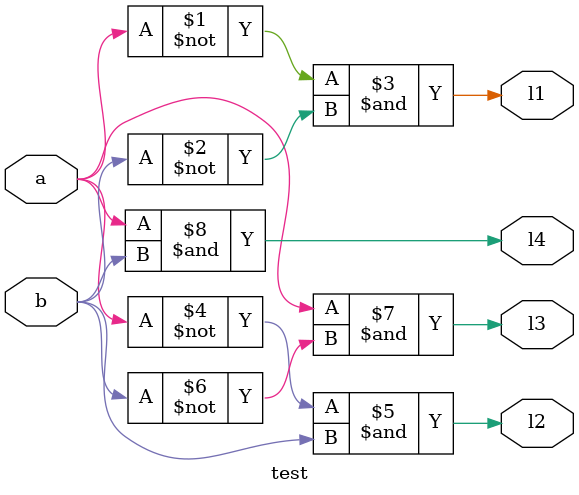
<source format=v>
module test(a,b, l1,l2,l3,l4);
input a,b;
output l1,l2,l3,l4;


assign l1 =(~a)& (~b);
assign l2 = (~a) & b;
assign l3 = a & (~b);
assign l4 = a & b;

endmodule 
</source>
